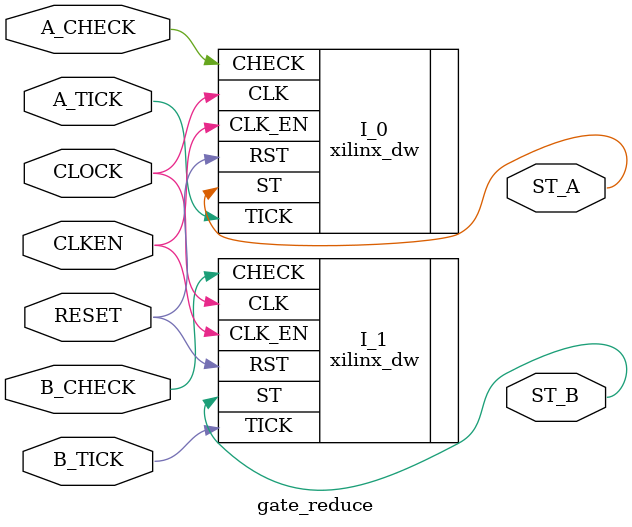
<source format=v>
 
module gate_reduce
	   (A_CHECK, B_CHECK, 
	    RESET, CLOCK, CLKEN, 
 	    A_TICK, B_TICK,
	    ST_A, ST_B);

input A_CHECK, B_CHECK;
input RESET, CLOCK, CLKEN;
input A_TICK, B_TICK;
output ST_A, ST_B;

   xilinx_dw I_0 (.CHECK(A_CHECK), .RST(RESET), .CLK(CLOCK), .CLK_EN(CLKEN),
                 .TICK(A_TICK), .ST(ST_A));
   xilinx_dw I_1 (.CHECK(B_CHECK), .RST(RESET), .CLK(CLOCK), .CLK_EN(CLKEN),
                 .TICK(B_TICK), .ST(ST_B));

endmodule 

</source>
